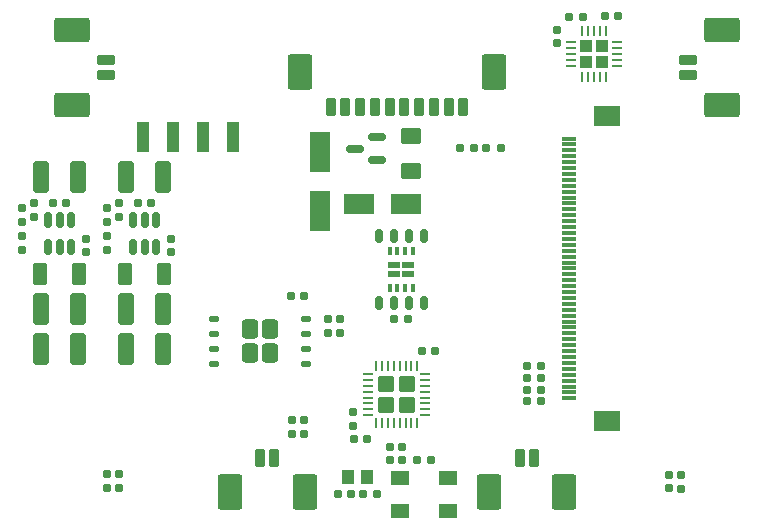
<source format=gtp>
%TF.GenerationSoftware,KiCad,Pcbnew,7.0.1*%
%TF.CreationDate,2023-05-13T16:18:37+01:00*%
%TF.ProjectId,UGR-22 Screen,5547522d-3232-4205-9363-7265656e2e6b,rev?*%
%TF.SameCoordinates,Original*%
%TF.FileFunction,Paste,Top*%
%TF.FilePolarity,Positive*%
%FSLAX46Y46*%
G04 Gerber Fmt 4.6, Leading zero omitted, Abs format (unit mm)*
G04 Created by KiCad (PCBNEW 7.0.1) date 2023-05-13 16:18:37*
%MOMM*%
%LPD*%
G01*
G04 APERTURE LIST*
G04 Aperture macros list*
%AMRoundRect*
0 Rectangle with rounded corners*
0 $1 Rounding radius*
0 $2 $3 $4 $5 $6 $7 $8 $9 X,Y pos of 4 corners*
0 Add a 4 corners polygon primitive as box body*
4,1,4,$2,$3,$4,$5,$6,$7,$8,$9,$2,$3,0*
0 Add four circle primitives for the rounded corners*
1,1,$1+$1,$2,$3*
1,1,$1+$1,$4,$5*
1,1,$1+$1,$6,$7*
1,1,$1+$1,$8,$9*
0 Add four rect primitives between the rounded corners*
20,1,$1+$1,$2,$3,$4,$5,0*
20,1,$1+$1,$4,$5,$6,$7,0*
20,1,$1+$1,$6,$7,$8,$9,0*
20,1,$1+$1,$8,$9,$2,$3,0*%
G04 Aperture macros list end*
%ADD10RoundRect,0.160000X-0.160000X0.197500X-0.160000X-0.197500X0.160000X-0.197500X0.160000X0.197500X0*%
%ADD11RoundRect,0.155000X-0.212500X-0.155000X0.212500X-0.155000X0.212500X0.155000X-0.212500X0.155000X0*%
%ADD12R,1.500000X1.200000*%
%ADD13RoundRect,0.155000X0.155000X-0.212500X0.155000X0.212500X-0.155000X0.212500X-0.155000X-0.212500X0*%
%ADD14RoundRect,0.160000X0.160000X-0.197500X0.160000X0.197500X-0.160000X0.197500X-0.160000X-0.197500X0*%
%ADD15RoundRect,0.155000X-0.155000X0.212500X-0.155000X-0.212500X0.155000X-0.212500X0.155000X0.212500X0*%
%ADD16R,1.000000X2.500000*%
%ADD17RoundRect,0.160000X0.197500X0.160000X-0.197500X0.160000X-0.197500X-0.160000X0.197500X-0.160000X0*%
%ADD18RoundRect,0.250000X0.455000X-0.455000X0.455000X0.455000X-0.455000X0.455000X-0.455000X-0.455000X0*%
%ADD19RoundRect,0.062500X0.062500X-0.375000X0.062500X0.375000X-0.062500X0.375000X-0.062500X-0.375000X0*%
%ADD20RoundRect,0.062500X0.375000X-0.062500X0.375000X0.062500X-0.375000X0.062500X-0.375000X-0.062500X0*%
%ADD21RoundRect,0.155000X0.212500X0.155000X-0.212500X0.155000X-0.212500X-0.155000X0.212500X-0.155000X0*%
%ADD22RoundRect,0.200000X0.200000X0.600000X-0.200000X0.600000X-0.200000X-0.600000X0.200000X-0.600000X0*%
%ADD23RoundRect,0.250001X0.799999X1.249999X-0.799999X1.249999X-0.799999X-1.249999X0.799999X-1.249999X0*%
%ADD24RoundRect,0.250000X0.362500X0.700000X-0.362500X0.700000X-0.362500X-0.700000X0.362500X-0.700000X0*%
%ADD25RoundRect,0.150000X-0.150000X0.512500X-0.150000X-0.512500X0.150000X-0.512500X0.150000X0.512500X0*%
%ADD26RoundRect,0.250001X-0.624999X0.462499X-0.624999X-0.462499X0.624999X-0.462499X0.624999X0.462499X0*%
%ADD27RoundRect,0.250000X-0.412500X-1.100000X0.412500X-1.100000X0.412500X1.100000X-0.412500X1.100000X0*%
%ADD28RoundRect,0.150000X0.150000X-0.450000X0.150000X0.450000X-0.150000X0.450000X-0.150000X-0.450000X0*%
%ADD29RoundRect,0.150000X0.587500X0.150000X-0.587500X0.150000X-0.587500X-0.150000X0.587500X-0.150000X0*%
%ADD30RoundRect,0.160000X-0.197500X-0.160000X0.197500X-0.160000X0.197500X0.160000X-0.197500X0.160000X0*%
%ADD31RoundRect,0.200000X-0.200000X-0.600000X0.200000X-0.600000X0.200000X0.600000X-0.200000X0.600000X0*%
%ADD32RoundRect,0.250001X-0.799999X-1.249999X0.799999X-1.249999X0.799999X1.249999X-0.799999X1.249999X0*%
%ADD33RoundRect,0.200000X0.600000X-0.200000X0.600000X0.200000X-0.600000X0.200000X-0.600000X-0.200000X0*%
%ADD34RoundRect,0.250001X1.249999X-0.799999X1.249999X0.799999X-1.249999X0.799999X-1.249999X-0.799999X0*%
%ADD35R,1.050000X1.200000*%
%ADD36R,1.800000X3.500000*%
%ADD37RoundRect,0.250000X-0.435000X-0.555000X0.435000X-0.555000X0.435000X0.555000X-0.435000X0.555000X0*%
%ADD38RoundRect,0.125000X-0.262500X-0.125000X0.262500X-0.125000X0.262500X0.125000X-0.262500X0.125000X0*%
%ADD39R,2.500000X1.800000*%
%ADD40R,1.300000X0.300000*%
%ADD41R,2.200000X1.800000*%
%ADD42R,1.000000X0.600000*%
%ADD43R,0.350000X0.650000*%
%ADD44RoundRect,0.250000X0.295000X0.295000X-0.295000X0.295000X-0.295000X-0.295000X0.295000X-0.295000X0*%
%ADD45RoundRect,0.062500X0.337500X0.062500X-0.337500X0.062500X-0.337500X-0.062500X0.337500X-0.062500X0*%
%ADD46RoundRect,0.062500X0.062500X0.337500X-0.062500X0.337500X-0.062500X-0.337500X0.062500X-0.337500X0*%
%ADD47RoundRect,0.200000X-0.600000X0.200000X-0.600000X-0.200000X0.600000X-0.200000X0.600000X0.200000X0*%
%ADD48RoundRect,0.250001X-1.249999X0.799999X-1.249999X-0.799999X1.249999X-0.799999X1.249999X0.799999X0*%
G04 APERTURE END LIST*
D10*
%TO.C,R5*%
X90737500Y-136702500D03*
X90737500Y-137897500D03*
%TD*%
D11*
%TO.C,C6*%
X105332500Y-144600000D03*
X106467500Y-144600000D03*
%TD*%
D12*
%TO.C,X1*%
X114550000Y-162800000D03*
X118650000Y-162800000D03*
X118650000Y-160000000D03*
X114550000Y-160000000D03*
%TD*%
D13*
%TO.C,C21*%
X105450000Y-156217500D03*
X105450000Y-155082500D03*
%TD*%
D14*
%TO.C,R1*%
X110550000Y-155595000D03*
X110550000Y-154400000D03*
%TD*%
D15*
%TO.C,C1*%
X113750000Y-157332500D03*
X113750000Y-158467500D03*
%TD*%
D10*
%TO.C,R12*%
X138350000Y-159702500D03*
X138350000Y-160897500D03*
%TD*%
D16*
%TO.C,J2*%
X92815000Y-131100000D03*
X95355000Y-131100000D03*
X97895000Y-131100000D03*
X100435000Y-131100000D03*
%TD*%
D17*
%TO.C,R6*%
X126497500Y-153500000D03*
X125302500Y-153500000D03*
%TD*%
D18*
%TO.C,U1*%
X115150000Y-152050000D03*
X113400000Y-152050000D03*
X115150000Y-153800000D03*
X113400000Y-153800000D03*
D19*
X112525000Y-155362500D03*
X113025000Y-155362500D03*
X113525000Y-155362500D03*
X114025000Y-155362500D03*
X114525000Y-155362500D03*
X115025000Y-155362500D03*
X115525000Y-155362500D03*
X116025000Y-155362500D03*
D20*
X116712500Y-154675000D03*
X116712500Y-154175000D03*
X116712500Y-153675000D03*
X116712500Y-153175000D03*
X116712500Y-152675000D03*
X116712500Y-152175000D03*
X116712500Y-151675000D03*
X116712500Y-151175000D03*
D19*
X116025000Y-150487500D03*
X115525000Y-150487500D03*
X115025000Y-150487500D03*
X114525000Y-150487500D03*
X114025000Y-150487500D03*
X113525000Y-150487500D03*
X113025000Y-150487500D03*
X112525000Y-150487500D03*
D20*
X111837500Y-151175000D03*
X111837500Y-151675000D03*
X111837500Y-152175000D03*
X111837500Y-152675000D03*
X111837500Y-153175000D03*
X111837500Y-153675000D03*
X111837500Y-154175000D03*
X111837500Y-154675000D03*
%TD*%
D21*
%TO.C,C2*%
X112592500Y-161300000D03*
X111457500Y-161300000D03*
%TD*%
D22*
%TO.C,J1*%
X119925000Y-128550000D03*
X118675000Y-128550000D03*
X117425000Y-128550000D03*
X116175000Y-128550000D03*
X114925000Y-128550000D03*
X113675000Y-128550000D03*
X112425000Y-128550000D03*
X111175000Y-128550000D03*
X109925000Y-128550000D03*
X108675000Y-128550000D03*
D23*
X122475000Y-125650000D03*
X106125000Y-125650000D03*
%TD*%
D14*
%TO.C,R10*%
X89737500Y-140697500D03*
X89737500Y-139502500D03*
%TD*%
D11*
%TO.C,C3*%
X109290000Y-161300000D03*
X110425000Y-161300000D03*
%TD*%
D24*
%TO.C,L2*%
X94600000Y-142700000D03*
X91275000Y-142700000D03*
%TD*%
D11*
%TO.C,C8*%
X114082500Y-146500000D03*
X115217500Y-146500000D03*
%TD*%
D14*
%TO.C,R8*%
X82537500Y-140697500D03*
X82537500Y-139502500D03*
%TD*%
D25*
%TO.C,U5*%
X93887500Y-138162500D03*
X92937500Y-138162500D03*
X91987500Y-138162500D03*
X91987500Y-140437500D03*
X92937500Y-140437500D03*
X93887500Y-140437500D03*
%TD*%
D26*
%TO.C,F1*%
X115500000Y-131012500D03*
X115500000Y-133987500D03*
%TD*%
D27*
%TO.C,C16*%
X91375000Y-145700000D03*
X94500000Y-145700000D03*
%TD*%
D11*
%TO.C,C24*%
X128882500Y-120950000D03*
X130017500Y-120950000D03*
%TD*%
D28*
%TO.C,U7*%
X112745000Y-145162500D03*
X114015000Y-145162500D03*
X115285000Y-145162500D03*
X116555000Y-145162500D03*
X116555000Y-139462500D03*
X115285000Y-139462500D03*
X114015000Y-139462500D03*
X112745000Y-139462500D03*
%TD*%
D29*
%TO.C,D3*%
X112637500Y-133050000D03*
X112637500Y-131150000D03*
X110762500Y-132100000D03*
%TD*%
D30*
%TO.C,R3*%
X125302500Y-150500000D03*
X126497500Y-150500000D03*
%TD*%
D13*
%TO.C,C26*%
X127850000Y-123150000D03*
X127850000Y-122015000D03*
%TD*%
D10*
%TO.C,R4*%
X83537500Y-136702500D03*
X83537500Y-137897500D03*
%TD*%
D15*
%TO.C,C13*%
X87937500Y-139732500D03*
X87937500Y-140867500D03*
%TD*%
D31*
%TO.C,J5*%
X102675000Y-158300000D03*
X103925000Y-158300000D03*
D32*
X106475000Y-161200000D03*
X100125000Y-161200000D03*
%TD*%
D15*
%TO.C,C14*%
X95137500Y-139732500D03*
X95137500Y-140867500D03*
%TD*%
D27*
%TO.C,C17*%
X84175000Y-149100000D03*
X87300000Y-149100000D03*
%TD*%
D24*
%TO.C,L1*%
X87400000Y-142700000D03*
X84075000Y-142700000D03*
%TD*%
D33*
%TO.C,J6*%
X138900000Y-125825000D03*
X138900000Y-124575000D03*
D34*
X141800000Y-128375000D03*
X141800000Y-122025000D03*
%TD*%
D11*
%TO.C,C12*%
X92370000Y-136700000D03*
X93505000Y-136700000D03*
%TD*%
D35*
%TO.C,Y1*%
X111775000Y-159900000D03*
X110125000Y-159900000D03*
%TD*%
D11*
%TO.C,C11*%
X85137500Y-136700000D03*
X86272500Y-136700000D03*
%TD*%
D15*
%TO.C,C19*%
X137350000Y-159732500D03*
X137350000Y-160867500D03*
%TD*%
D27*
%TO.C,C18*%
X91375000Y-149100000D03*
X94500000Y-149100000D03*
%TD*%
D14*
%TO.C,R15*%
X108500000Y-147722500D03*
X108500000Y-146527500D03*
%TD*%
D36*
%TO.C,D2*%
X107800000Y-137400000D03*
X107800000Y-132400000D03*
%TD*%
D25*
%TO.C,U4*%
X86687500Y-138162500D03*
X85737500Y-138162500D03*
X84787500Y-138162500D03*
X84787500Y-140437500D03*
X85737500Y-140437500D03*
X86687500Y-140437500D03*
%TD*%
D37*
%TO.C,U2*%
X101875000Y-149400000D03*
X103575000Y-147400000D03*
X101875000Y-147400000D03*
X103575000Y-149400000D03*
D38*
X98825000Y-146500000D03*
X98825000Y-147765000D03*
X98825000Y-149035000D03*
X98825000Y-150300000D03*
X106625000Y-150300000D03*
X106625000Y-149035000D03*
X106625000Y-147765000D03*
X106625000Y-146495000D03*
%TD*%
D13*
%TO.C,C20*%
X90750000Y-160817500D03*
X90750000Y-159682500D03*
%TD*%
D27*
%TO.C,C9*%
X84175000Y-134500000D03*
X87300000Y-134500000D03*
%TD*%
D13*
%TO.C,C22*%
X109500000Y-147692500D03*
X109500000Y-146557500D03*
%TD*%
D21*
%TO.C,C23*%
X117167500Y-158500000D03*
X116032500Y-158500000D03*
%TD*%
D14*
%TO.C,R13*%
X89750000Y-160847500D03*
X89750000Y-159652500D03*
%TD*%
D39*
%TO.C,D1*%
X111100000Y-136800000D03*
X115100000Y-136800000D03*
%TD*%
D17*
%TO.C,R17*%
X123075000Y-132050000D03*
X121880000Y-132050000D03*
%TD*%
D40*
%TO.C,J3*%
X128850000Y-153240000D03*
X128850000Y-152740000D03*
X128850000Y-152240000D03*
X128850000Y-151740000D03*
X128850000Y-151240000D03*
X128850000Y-150740000D03*
X128850000Y-150240000D03*
X128850000Y-149740000D03*
X128850000Y-149240000D03*
X128850000Y-148740000D03*
X128850000Y-148240000D03*
X128850000Y-147740000D03*
X128850000Y-147240000D03*
X128850000Y-146740000D03*
X128850000Y-146240000D03*
X128850000Y-145740000D03*
X128850000Y-145240000D03*
X128850000Y-144740000D03*
X128850000Y-144240000D03*
X128850000Y-143740000D03*
X128850000Y-143240000D03*
X128850000Y-142740000D03*
X128850000Y-142240000D03*
X128850000Y-141740000D03*
X128850000Y-141240000D03*
X128850000Y-140740000D03*
X128850000Y-140240000D03*
X128850000Y-139740000D03*
X128850000Y-139240000D03*
X128850000Y-138740000D03*
X128850000Y-138240000D03*
X128850000Y-137740000D03*
X128850000Y-137240000D03*
X128850000Y-136740000D03*
X128850000Y-136240000D03*
X128850000Y-135740000D03*
X128850000Y-135240000D03*
X128850000Y-134740000D03*
X128850000Y-134240000D03*
X128850000Y-133740000D03*
X128850000Y-133240000D03*
X128850000Y-132740000D03*
X128850000Y-132240000D03*
X128850000Y-131740000D03*
X128850000Y-131240000D03*
D41*
X132100000Y-129340000D03*
X132100000Y-155140000D03*
%TD*%
D42*
%TO.C,U3*%
X114050000Y-142700000D03*
X114050000Y-141925000D03*
X115250000Y-141925000D03*
X115250000Y-142700000D03*
D43*
X113675000Y-143862500D03*
X114325000Y-143862500D03*
X114975000Y-143862500D03*
X115625000Y-143862500D03*
X115625000Y-140762500D03*
X114975000Y-140762500D03*
X114325000Y-140762500D03*
X113675000Y-140762500D03*
%TD*%
D21*
%TO.C,C4*%
X111785000Y-156700000D03*
X110650000Y-156700000D03*
%TD*%
D30*
%TO.C,R16*%
X119600000Y-132050000D03*
X120795000Y-132050000D03*
%TD*%
D14*
%TO.C,R14*%
X106450000Y-156247500D03*
X106450000Y-155052500D03*
%TD*%
D11*
%TO.C,C5*%
X116382500Y-149200000D03*
X117517500Y-149200000D03*
%TD*%
D14*
%TO.C,R9*%
X82537500Y-138297500D03*
X82537500Y-137102500D03*
%TD*%
D44*
%TO.C,U6*%
X130325000Y-124775000D03*
X131675000Y-124775000D03*
X131675000Y-123425000D03*
X130325000Y-123425000D03*
D45*
X132950000Y-125100000D03*
X132950000Y-124600000D03*
X132950000Y-124100000D03*
X132950000Y-123600000D03*
X132950000Y-123100000D03*
D46*
X132000000Y-122150000D03*
X131500000Y-122150000D03*
X131000000Y-122150000D03*
X130500000Y-122150000D03*
X130000000Y-122150000D03*
D45*
X129050000Y-123100000D03*
X129050000Y-123600000D03*
X129050000Y-124100000D03*
X129050000Y-124600000D03*
X129050000Y-125100000D03*
D46*
X130000000Y-126050000D03*
X130500000Y-126050000D03*
X131000000Y-126050000D03*
X131500000Y-126050000D03*
X132000000Y-126050000D03*
%TD*%
D17*
%TO.C,R7*%
X126500000Y-151500000D03*
X125305000Y-151500000D03*
%TD*%
D14*
%TO.C,R11*%
X89737500Y-138297500D03*
X89737500Y-137102500D03*
%TD*%
D31*
%TO.C,J4*%
X124675000Y-158300000D03*
X125925000Y-158300000D03*
D32*
X122125000Y-161200000D03*
X128475000Y-161200000D03*
%TD*%
D30*
%TO.C,R2*%
X125305000Y-152500000D03*
X126500000Y-152500000D03*
%TD*%
D47*
%TO.C,J7*%
X89700000Y-124575000D03*
X89700000Y-125825000D03*
D48*
X86800000Y-128375000D03*
X86800000Y-122025000D03*
%TD*%
D27*
%TO.C,C10*%
X91375000Y-134500000D03*
X94500000Y-134500000D03*
%TD*%
D15*
%TO.C,C7*%
X114750000Y-157332500D03*
X114750000Y-158467500D03*
%TD*%
D27*
%TO.C,C15*%
X84175000Y-145700000D03*
X87300000Y-145700000D03*
%TD*%
D11*
%TO.C,C25*%
X131900000Y-120900000D03*
X133035000Y-120900000D03*
%TD*%
M02*

</source>
